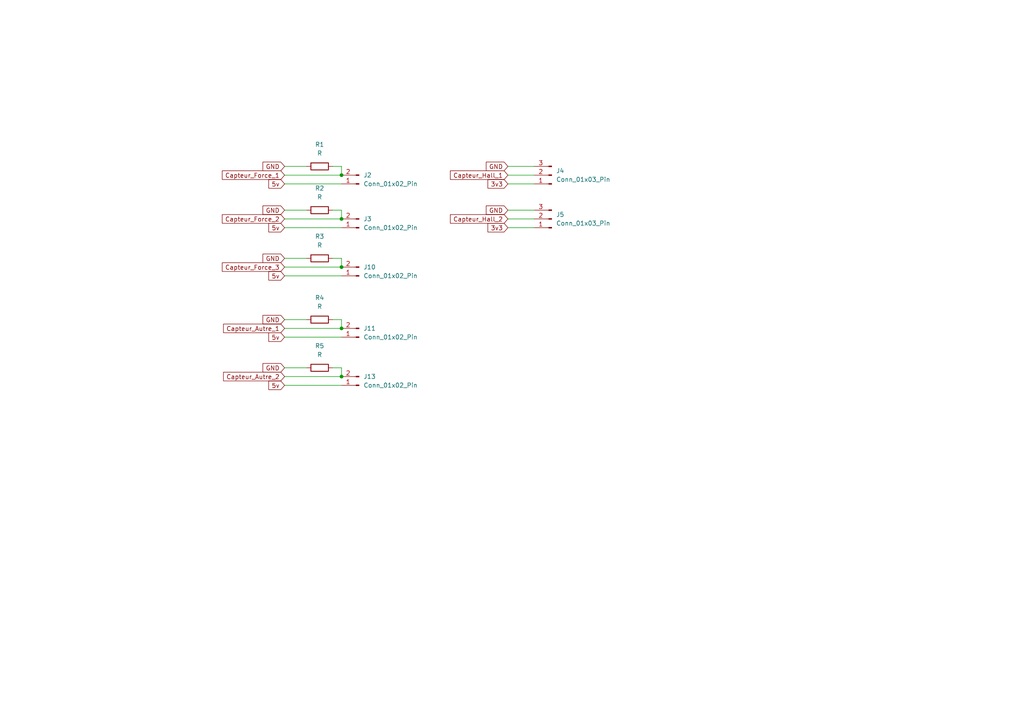
<source format=kicad_sch>
(kicad_sch (version 20231120) (generator "eeschema") (generator_version "8.0")
  (paper "A4")
  (title_block (title "Carte electronique Exodus") (company "Fablab"))
  (lib_symbols
    (symbol "Connector:Conn_01x02_Pin" (pin_names (offset 1.016) hide)
      (property "Reference" "J" (at 0 2.54 0))
      (property "Value" "Conn_01x02_Pin" (at 0 -5.08 0))
      (symbol "Conn_01x02_Pin_1_1"
        (polyline (pts (xy 1.27 -2.54) (xy 0.8636 -2.54)) (stroke (width 0.1524)))
        (polyline (pts (xy 1.27 0) (xy 0.8636 0)) (stroke (width 0.1524)))
        (rectangle (start 0.8636 -2.413) (end 0 -2.667) (stroke (width 0.1524)) (fill (type outline)))
        (rectangle (start 0.8636 0.127) (end 0 -0.127) (stroke (width 0.1524)) (fill (type outline)))
        (pin passive line (at 5.08 0 180) (length 3.81) (name "Pin_1") (number "1"))
        (pin passive line (at 5.08 -2.54 180) (length 3.81) (name "Pin_2") (number "2"))
      )
    )
    (symbol "Connector:Conn_01x03_Pin" (pin_names (offset 1.016) hide)
      (property "Reference" "J" (at 0 5.08 0))
      (property "Value" "Conn_01x03_Pin" (at 0 -5.08 0))
      (symbol "Conn_01x03_Pin_1_1"
        (polyline (pts (xy 1.27 -2.54) (xy 0.8636 -2.54)) (stroke (width 0.1524)))
        (polyline (pts (xy 1.27 0) (xy 0.8636 0)) (stroke (width 0.1524)))
        (polyline (pts (xy 1.27 2.54) (xy 0.8636 2.54)) (stroke (width 0.1524)))
        (rectangle (start 0.8636 -2.413) (end 0 -2.667) (stroke (width 0.1524)) (fill (type outline)))
        (rectangle (start 0.8636 0.127) (end 0 -0.127) (stroke (width 0.1524)) (fill (type outline)))
        (rectangle (start 0.8636 2.667) (end 0 2.413) (stroke (width 0.1524)) (fill (type outline)))
        (pin passive line (at 5.08 2.54 180) (length 3.81) (name "Pin_1") (number "1"))
        (pin passive line (at 5.08 0 180) (length 3.81) (name "Pin_2") (number "2"))
        (pin passive line (at 5.08 -2.54 180) (length 3.81) (name "Pin_3") (number "3"))
      )
    )
    (symbol "Device:R" (pin_numbers hide) (pin_names (offset 0))
      (property "Reference" "R" (at 2.032 0 90))
      (property "Value" "R" (at 0 0 90))
      (symbol "R_0_1"
        (rectangle (start -1.016 -2.54) (end 1.016 2.54) (stroke (width 0.254)))
      )
      (symbol "R_1_1"
        (pin passive line (at 0 3.81 270) (length 1.27) (name "~") (number "1"))
        (pin passive line (at 0 -3.81 90) (length 1.27) (name "~") (number "2"))
      )
    )
  )
  (junction (at 99.06 63.5))
  (junction (at 99.06 77.47))
  (junction (at 99.06 50.8))
  (junction (at 99.06 95.25))
  (junction (at 99.06 109.22))
  (wire (pts (xy 82.55 53.34) (xy 99.06 53.34)))
  (wire (pts (xy 96.52 106.68) (xy 99.06 106.68)))
  (wire (pts (xy 99.06 60.96) (xy 99.06 63.5)))
  (wire (pts (xy 82.55 74.93) (xy 88.9 74.93)))
  (wire (pts (xy 82.55 109.22) (xy 99.06 109.22)))
  (wire (pts (xy 82.55 97.79) (xy 99.06 97.79)))
  (wire (pts (xy 99.06 48.26) (xy 99.06 50.8)))
  (wire (pts (xy 82.55 80.01) (xy 99.06 80.01)))
  (wire (pts (xy 82.55 50.8) (xy 99.06 50.8)))
  (wire (pts (xy 147.32 66.04) (xy 154.94 66.04)))
  (wire (pts (xy 82.55 77.47) (xy 99.06 77.47)))
  (wire (pts (xy 82.55 111.76) (xy 99.06 111.76)))
  (wire (pts (xy 96.52 48.26) (xy 99.06 48.26)))
  (wire (pts (xy 82.55 63.5) (xy 99.06 63.5)))
  (wire (pts (xy 82.55 92.71) (xy 88.9 92.71)))
  (wire (pts (xy 96.52 92.71) (xy 99.06 92.71)))
  (wire (pts (xy 147.32 63.5) (xy 154.94 63.5)))
  (wire (pts (xy 147.32 53.34) (xy 154.94 53.34)))
  (wire (pts (xy 147.32 60.96) (xy 154.94 60.96)))
  (wire (pts (xy 96.52 74.93) (xy 99.06 74.93)))
  (wire (pts (xy 82.55 66.04) (xy 99.06 66.04)))
  (wire (pts (xy 82.55 48.26) (xy 88.9 48.26)))
  (wire (pts (xy 82.55 95.25) (xy 99.06 95.25)))
  (wire (pts (xy 82.55 60.96) (xy 88.9 60.96)))
  (wire (pts (xy 82.55 106.68) (xy 88.9 106.68)))
  (wire (pts (xy 99.06 106.68) (xy 99.06 109.22)))
  (wire (pts (xy 96.52 60.96) (xy 99.06 60.96)))
  (wire (pts (xy 99.06 74.93) (xy 99.06 77.47)))
  (wire (pts (xy 99.06 92.71) (xy 99.06 95.25)))
  (wire (pts (xy 147.32 48.26) (xy 154.94 48.26)))
  (wire (pts (xy 147.32 50.8) (xy 154.94 50.8)))
  (global_label "GND" (shape input) (at 82.55 106.68 180) (property "Intersheetrefs" "${INTERSHEET_REFS}" (effects (hide yes))))
  (global_label "5v" (shape input) (at 82.55 53.34 180) (property "Intersheetrefs" "${INTERSHEET_REFS}" (effects (hide yes))))
  (global_label "3v3" (shape input) (at 147.32 53.34 180) (property "Intersheetrefs" "${INTERSHEET_REFS}" (effects (hide yes))))
  (global_label "Capteur_Hall_1" (shape input) (at 147.32 50.8 180) (property "Intersheetrefs" "${INTERSHEET_REFS}" (effects (hide yes))))
  (global_label "GND" (shape input) (at 82.55 92.71 180) (property "Intersheetrefs" "${INTERSHEET_REFS}" (effects (hide yes))))
  (global_label "Capteur_Autre_1" (shape input) (at 82.55 95.25 180) (property "Intersheetrefs" "${INTERSHEET_REFS}" (effects (hide yes))))
  (global_label "Capteur_Force_2" (shape input) (at 82.55 63.5 180) (property "Intersheetrefs" "${INTERSHEET_REFS}" (effects (hide yes))))
  (global_label "3v3" (shape input) (at 147.32 66.04 180) (property "Intersheetrefs" "${INTERSHEET_REFS}" (effects (hide yes))))
  (global_label "Capteur_Hall_2" (shape input) (at 147.32 63.5 180) (property "Intersheetrefs" "${INTERSHEET_REFS}" (effects (hide yes))))
  (global_label "Capteur_Autre_2" (shape input) (at 82.55 109.22 180) (property "Intersheetrefs" "${INTERSHEET_REFS}" (effects (hide yes))))
  (global_label "5v" (shape input) (at 82.55 111.76 180) (property "Intersheetrefs" "${INTERSHEET_REFS}" (effects (hide yes))))
  (global_label "GND" (shape input) (at 82.55 74.93 180) (property "Intersheetrefs" "${INTERSHEET_REFS}" (effects (hide yes))))
  (global_label "5v" (shape input) (at 82.55 80.01 180) (property "Intersheetrefs" "${INTERSHEET_REFS}" (effects (hide yes))))
  (global_label "GND" (shape input) (at 147.32 60.96 180) (property "Intersheetrefs" "${INTERSHEET_REFS}" (effects (hide yes))))
  (global_label "GND" (shape input) (at 82.55 60.96 180) (property "Intersheetrefs" "${INTERSHEET_REFS}" (effects (hide yes))))
  (global_label "GND" (shape input) (at 82.55 48.26 180) (property "Intersheetrefs" "${INTERSHEET_REFS}" (effects (hide yes))))
  (global_label "Capteur_Force_3" (shape input) (at 82.55 77.47 180) (property "Intersheetrefs" "${INTERSHEET_REFS}" (effects (hide yes))))
  (global_label "5v" (shape input) (at 82.55 66.04 180) (property "Intersheetrefs" "${INTERSHEET_REFS}" (effects (hide yes))))
  (global_label "Capteur_Force_1" (shape input) (at 82.55 50.8 180) (property "Intersheetrefs" "${INTERSHEET_REFS}" (effects (hide yes))))
  (global_label "GND" (shape input) (at 147.32 48.26 180) (property "Intersheetrefs" "${INTERSHEET_REFS}" (effects (hide yes))))
  (global_label "5v" (shape input) (at 82.55 97.79 180) (property "Intersheetrefs" "${INTERSHEET_REFS}" (effects (hide yes))))
  (symbol (lib_id "Device:R") (at 92.71 60.96 90) (unit 1)
    (property "Reference" "R2" (at 92.71 54.61 90))
    (property "Value" "R" (at 92.71 57.15 90))
    (property "Footprint" "Resistor_THT:R_Axial_DIN0207_L6.3mm_D2.5mm_P7.62mm_Horizontal" (effects (hide yes)))
    (property "Description" "Resistor" (effects (hide yes)))
  )
  (symbol (lib_id "Device:R") (at 92.71 48.26 90) (unit 1)
    (property "Reference" "R1" (at 92.71 41.91 90))
    (property "Value" "R" (at 92.71 44.45 90))
    (property "Footprint" "Resistor_THT:R_Axial_DIN0207_L6.3mm_D2.5mm_P7.62mm_Horizontal" (effects (hide yes)))
    (property "Description" "Resistor" (effects (hide yes)))
  )
  (symbol (lib_id "Device:R") (at 92.71 74.93 90) (unit 1)
    (property "Reference" "R3" (at 92.71 68.58 90))
    (property "Value" "R" (at 92.71 71.12 90))
    (property "Footprint" "Resistor_THT:R_Axial_DIN0207_L6.3mm_D2.5mm_P7.62mm_Horizontal" (effects (hide yes)))
    (property "Description" "Resistor" (effects (hide yes)))
  )
  (symbol (lib_id "Device:R") (at 92.71 92.71 90) (unit 1)
    (property "Reference" "R4" (at 92.71 86.36 90))
    (property "Value" "R" (at 92.71 88.9 90))
    (property "Footprint" "Resistor_THT:R_Axial_DIN0207_L6.3mm_D2.5mm_P7.62mm_Horizontal" (effects (hide yes)))
    (property "Description" "Resistor" (effects (hide yes)))
  )
  (symbol (lib_id "Connector:Conn_01x02_Pin") (at 104.14 80.01 180) (unit 1)
    (property "Reference" "J10" (at 105.41 77.4699 0) (effects (justify right)))
    (property "Value" "Conn_01x02_Pin" (at 105.41 80.0099 0) (effects (justify right)))
    (property "Footprint" "Connector_PinHeader_2.54mm:PinHeader_1x02_P2.54mm_Horizontal" (effects (hide yes)))
    (property "Description" "Generic connector, single row, 01x02, script generated" (effects (hide yes)))
  )
  (symbol (lib_id "Connector:Conn_01x02_Pin") (at 104.14 66.04 180) (unit 1)
    (property "Reference" "J3" (at 105.41 63.4999 0) (effects (justify right)))
    (property "Value" "Conn_01x02_Pin" (at 105.41 66.0399 0) (effects (justify right)))
    (property "Footprint" "Connector_PinHeader_2.54mm:PinHeader_1x02_P2.54mm_Horizontal" (effects (hide yes)))
    (property "Description" "Generic connector, single row, 01x02, script generated" (effects (hide yes)))
  )
  (symbol (lib_id "Connector:Conn_01x02_Pin") (at 104.14 53.34 180) (unit 1)
    (property "Reference" "J2" (at 105.41 50.7999 0) (effects (justify right)))
    (property "Value" "Conn_01x02_Pin" (at 105.41 53.3399 0) (effects (justify right)))
    (property "Footprint" "Connector_PinHeader_2.54mm:PinHeader_1x02_P2.54mm_Horizontal" (effects (hide yes)))
    (property "Description" "Generic connector, single row, 01x02, script generated" (effects (hide yes)))
  )
  (symbol (lib_id "Device:R") (at 92.71 106.68 90) (unit 1)
    (property "Reference" "R5" (at 92.71 100.33 90))
    (property "Value" "R" (at 92.71 102.87 90))
    (property "Footprint" "Resistor_THT:R_Axial_DIN0207_L6.3mm_D2.5mm_P7.62mm_Horizontal" (effects (hide yes)))
    (property "Description" "Resistor" (effects (hide yes)))
  )
  (symbol (lib_id "Connector:Conn_01x02_Pin") (at 104.14 97.79 180) (unit 1)
    (property "Reference" "J11" (at 105.41 95.2499 0) (effects (justify right)))
    (property "Value" "Conn_01x02_Pin" (at 105.41 97.7899 0) (effects (justify right)))
    (property "Footprint" "Connector_PinHeader_2.54mm:PinHeader_1x02_P2.54mm_Horizontal" (effects (hide yes)))
    (property "Description" "Generic connector, single row, 01x02, script generated" (effects (hide yes)))
  )
  (symbol (lib_id "Connector:Conn_01x03_Pin") (at 160.02 50.8 180) (unit 1)
    (property "Reference" "J4" (at 161.29 49.5299 0) (effects (justify right)))
    (property "Value" "Conn_01x03_Pin" (at 161.29 52.0699 0) (effects (justify right)))
    (property "Footprint" "Connector_PinHeader_2.54mm:PinHeader_1x03_P2.54mm_Horizontal" (effects (hide yes)))
    (property "Description" "Generic connector, single row, 01x03, script generated" (effects (hide yes)))
  )
  (symbol (lib_id "Connector:Conn_01x02_Pin") (at 104.14 111.76 180) (unit 1)
    (property "Reference" "J13" (at 105.41 109.2199 0) (effects (justify right)))
    (property "Value" "Conn_01x02_Pin" (at 105.41 111.7599 0) (effects (justify right)))
    (property "Footprint" "Connector_PinHeader_2.54mm:PinHeader_1x02_P2.54mm_Horizontal" (effects (hide yes)))
    (property "Description" "Generic connector, single row, 01x02, script generated" (effects (hide yes)))
  )
  (symbol (lib_id "Connector:Conn_01x03_Pin") (at 160.02 63.5 180) (unit 1)
    (property "Reference" "J5" (at 161.29 62.2299 0) (effects (justify right)))
    (property "Value" "Conn_01x03_Pin" (at 161.29 64.7699 0) (effects (justify right)))
    (property "Footprint" "Connector_PinHeader_2.54mm:PinHeader_1x03_P2.54mm_Horizontal" (effects (hide yes)))
    (property "Description" "Generic connector, single row, 01x03, script generated" (effects (hide yes)))
  )
)
</source>
